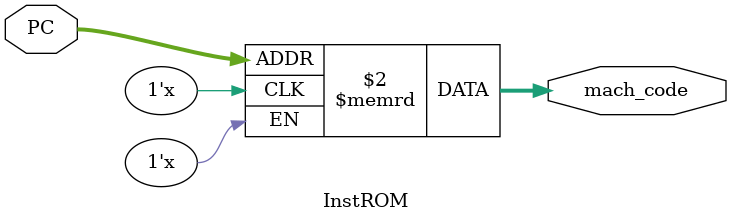
<source format=sv>
module InstROM(
  input[11:0] PC,
  output logic[8:0] mach_code);

  logic[8:0] Core[2048];

  // initial
   
    // $readmemb("machine_code.txt",Core);
  
   	always_comb begin 
      mach_code = Core[PC];
    end

endmodule
</source>
